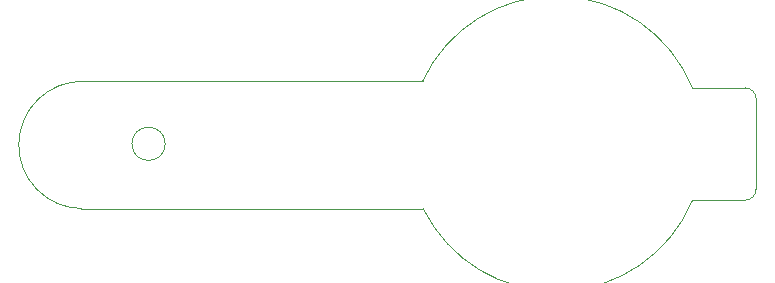
<source format=gbr>
%TF.GenerationSoftware,KiCad,Pcbnew,9.0.1*%
%TF.CreationDate,2025-06-21T20:36:45+02:00*%
%TF.ProjectId,Project LED Torch,50726f6a-6563-4742-904c-454420546f72,1*%
%TF.SameCoordinates,Original*%
%TF.FileFunction,Profile,NP*%
%FSLAX46Y46*%
G04 Gerber Fmt 4.6, Leading zero omitted, Abs format (unit mm)*
G04 Created by KiCad (PCBNEW 9.0.1) date 2025-06-21 20:36:45*
%MOMM*%
%LPD*%
G01*
G04 APERTURE LIST*
%TA.AperFunction,Profile*%
%ADD10C,0.050000*%
%TD*%
G04 APERTURE END LIST*
D10*
X107951973Y-117957638D02*
X136652000Y-117957602D01*
X164886868Y-119420868D02*
X164876936Y-127101600D01*
X107746822Y-128727200D02*
X136702800Y-128727200D01*
X163982400Y-118516400D02*
G75*
G02*
X164886900Y-119420868I0J-904500D01*
G01*
X163982400Y-118516400D02*
X159493845Y-118523738D01*
X114858800Y-123253500D02*
G75*
G02*
X112044456Y-123253500I-1407172J0D01*
G01*
X112044456Y-123253500D02*
G75*
G02*
X114858800Y-123253500I1407172J0D01*
G01*
X159519419Y-128019097D02*
G75*
G02*
X136702795Y-128727202I-11569169J4829097D01*
G01*
X136652000Y-117957600D02*
G75*
G02*
X159493840Y-118523740I11298250J-5232400D01*
G01*
X164886922Y-127101600D02*
G75*
G02*
X163982400Y-128015968I-914422J0D01*
G01*
X107746800Y-128727200D02*
G75*
G02*
X107951953Y-117957637I101600J5384800D01*
G01*
X159512000Y-128016000D02*
X163982400Y-128016000D01*
M02*

</source>
